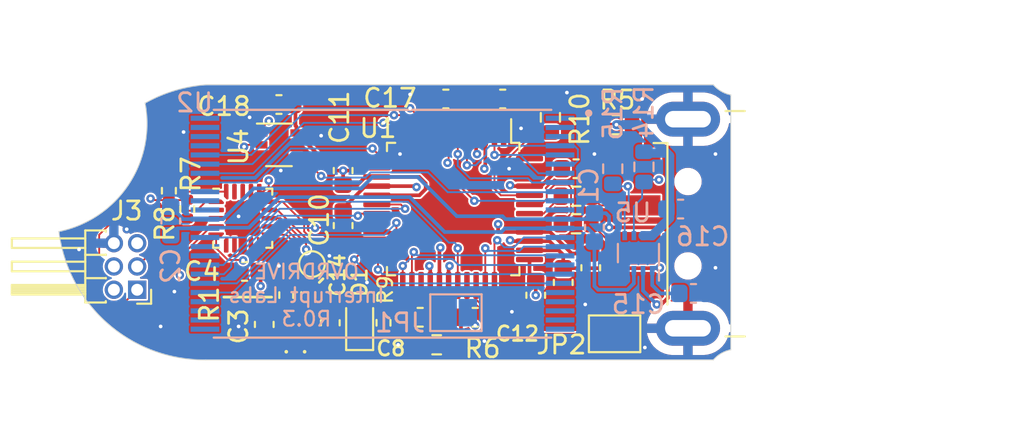
<source format=kicad_pcb>
(kicad_pcb (version 20221018) (generator pcbnew)
  (layers (0 "F.Cu" signal) (1 "In1.Cu" signal) (2 "In2.Cu" signal) (31 "B.Cu" signal) (34 "B.Paste" user) (35 "F.Paste" user) (36 "B.SilkS" user "B.Silkscreen") (37 "F.SilkS" user "F.Silkscreen") (38 "B.Mask" user) (39 "F.Mask" user) (44 "Edge.Cuts" user))
  (net 0 "")
  (net 1 "+1V8")
  (net 2 "Net-(D2-K)")
  (net 3 "Net-(D3-K)")
  (net 4 "Net-(D1-K)")
  (net 5 "/MISO")
  (net 6 "/SCK")
  (net 7 "/MOSI")
  (net 8 "/~{RST}")
  (net 9 "Net-(D1-A)")
  (net 10 "Net-(J1-VBUS)")
  (net 11 "/DP")
  (net 12 "/DM")
  (net 13 "Net-(J1-D-)")
  (net 14 "/INHIBIT")
  (net 15 "Net-(J1-D+)")
  (net 16 "Net-(JP1-B)")
  (net 17 "/RB1")
  (net 18 "/RB0")
  (net 19 "/~{CE1}")
  (net 20 "/DQS")
  (net 21 "Net-(JP2-B)")
  (net 22 "Net-(U1-TESTN)")
  (net 23 "Net-(U3-PA2)")
  (net 24 "Net-(U1-RREF{slash}NC)")
  (net 30 "Net-(U2A-~{CE})")
  (net 43 "/~{CE3}")
  (net 44 "/~{CE2}")
  (net 45 "/~{RE}")
  (net 46 "/~{CE}")
  (net 47 "/~{WP}")
  (net 48 "/~{WE}")
  (net 49 "/ALE")
  (net 50 "/CLE")
  (net 53 "+3.3V")
  (net 54 "GND")
  (net 55 "+5V")
  (net 65 "/FD7")
  (net 66 "/FD6")
  (net 67 "/FD5")
  (net 68 "/FD4")
  (net 69 "/FD3")
  (net 70 "/FD2")
  (net 71 "/FD1")
  (net 72 "/FD0")
  (net 75 "/PB2")
  (net 76 "VMEM")
  (net 77 "VS")
  (net 78 "/IN1")
  (net 79 "/IN2")
  (net 80 "/CHG1")
  (net 81 "/CHG2")
  (footprint "LED_SMD:LED_0603_1608Metric" (layer "F.Cu") (at 124.2 109.6 90)
    (fp_text reference "D1")
    (fp_text value "LED")
  )
  (footprint "Capacitor_SMD:C_0603_1608Metric" (layer "F.Cu") (at 128.9 97.4 180)
    (fp_text reference "C17")
    (fp_text value "1uF")
  )
  (footprint "Diode_SMD:D_0402_1005Metric" (layer "F.Cu") (at 121.2 110.09 90)
    (fp_text reference "D3" hide)
    (fp_text value "BAS70LP-7B")
  )
  (footprint "Capacitor_SMD:C_0603_1608Metric" (layer "F.Cu") (at 132 97.4)
    (fp_text reference "C7" hide)
    (fp_text value "4.7uF")
  )
  (footprint "Capacitor_SMD:C_0603_1608Metric" (layer "F.Cu") (at 119.8 97.7 180)
    (fp_text reference "C18")
    (fp_text value "100nF")
  )
  (footprint "Resistor_SMD:R_0603_1608Metric" (layer "F.Cu") (at 136 102.7 180)
    (fp_text reference "R4" hide)
    (fp_text value "2.2R")
  )
  (footprint "Resistor_SMD:R_0603_1608Metric" (layer "F.Cu") (at 138.225 98.8 180)
    (fp_text reference "R5")
    (fp_text value "2.2R")
  )
  (footprint "Capacitor_SMD:C_0603_1608Metric" (layer "F.Cu") (at 135.3 107.4 -90)
    (fp_text reference "C6" hide)
    (fp_text value "4.7uF")
  )
  (footprint "Resistor_SMD:R_0402_1005Metric" (layer "F.Cu") (at 114.8 103.4 -90)
    (fp_text reference "R7")
    (fp_text value "10k")
  )
  (footprint "Connector_USB:USB_A_CNCTech_1001-011-01101_Horizontal" (layer "F.Cu") (at 149 104.2)
    (fp_text reference "J1" hide)
    (fp_text value "USB_A")
  )
  (footprint "Capacitor_SMD:C_0603_1608Metric" (layer "F.Cu") (at 123.3 104.3 -90)
    (fp_text reference "C10")
    (fp_text value "1uF")
  )
  (footprint "Package_TO_SOT_SMD:SOT-353_SC-70-5" (layer "F.Cu") (at 119.8 99.9)
    (fp_text reference "U4")
    (fp_text value "SN74LVC1G32DCKR")
  )
  (footprint "Connector_PinHeader_1.27mm:PinHeader_2x03_P1.27mm_Horizontal" (layer "F.Cu") (at 112.07 107.8 180)
    (fp_text reference "J3")
    (fp_text value "AVR-ISP-6")
  )
  (footprint "Capacitor_SMD:C_0603_1608Metric" (layer "F.Cu") (at 127.5 109.3 180)
    (fp_text reference "C8")
    (fp_text value "1uF")
  )
  (footprint "Capacitor_SMD:C_0603_1608Metric" (layer "F.Cu") (at 119 109.69 90)
    (fp_text reference "C3")
    (fp_text value "1uF")
  )
  (footprint "TestPoint:TestPoint_Pad_D1.0mm" (layer "F.Cu") (at 121.6 106.4)
    (fp_text reference "TP2" hide)
    (fp_text value "TestPoint")
  )
  (footprint "Diode_SMD:D_0402_1005Metric" (layer "F.Cu") (at 120.2 110.09 90)
    (fp_text reference "D2" hide)
    (fp_text value "BAS70LP-7B")
  )
  (footprint "Capacitor_SMD:C_0603_1608Metric" (layer "F.Cu") (at 136.8 106.6 -90)
    (fp_text reference "C9" hide)
    (fp_text value "1uF")
  )
  (footprint "Jumper:SolderJumper-2_P1.3mm_Open_Pad1.0x1.5mm" (layer "F.Cu") (at 138.1 110.2 180)
    (fp_text reference "JP2")
    (fp_text value "SolderJumper_2_Open")
  )
  (footprint "Resistor_SMD:R_0402_1005Metric" (layer "F.Cu") (at 125.5 109.6 -90)
    (fp_text reference "R9")
    (fp_text value "1k")
  )
  (footprint "Resistor_SMD:R_0603_1608Metric" (layer "F.Cu") (at 136 104.2 180)
    (fp_text reference "R3" hide)
    (fp_text value "2.2R")
  )
  (footprint "Resistor_SMD:R_0603_1608Metric" (layer "F.Cu") (at 134.6 98.4 -90)
    (fp_text reference "R10")
    (fp_text value "680R")
  )
  (footprint "Capacitor_SMD:C_0603_1608Metric" (layer "F.Cu") (at 122.6 109.6 90)
    (fp_text reference "C14")
    (fp_text value "1uF")
  )
  (footprint "Capacitor_SMD:C_0603_1608Metric" (layer "F.Cu") (at 117.925 106.8 180)
    (fp_text reference "C4")
    (fp_text value "1uF")
  )
  (footprint "Capacitor_SMD:C_0603_1608Metric" (layer "F.Cu") (at 130.5 109.3)
    (fp_text reference "C12")
    (fp_text value "1uF")
  )
  (footprint "Resistor_SMD:R_0402_1005Metric" (layer "F.Cu") (at 120.2 108.09 90)
    (fp_text reference "R1")
    (fp_text value "1M")
  )
  (footprint "Resistor_SMD:R_0402_1005Metric" (layer "F.Cu") (at 121.4 108.09 90)
    (fp_text reference "R2" hide)
    (fp_text value "1M")
  )
  (footprint "Package_DFN_QFN:QFN-20-1EP_3x3mm_P0.45mm_EP1.6x1.6mm" (layer "F.Cu") (at 117.825 103.9)
    (fp_text reference "U3" hide)
    (fp_text value "ATtiny24A-MM")
  )
  (footprint "Capacitor_SMD:C_0603_1608Metric" (layer "F.Cu") (at 133.8 108.1 -90)
    (fp_text reference "C5" hide)
    (fp_text value "4.7uF")
  )
  (footprint "Capacitor_SMD:C_0603_1608Metric" (layer "F.Cu") (at 123.3 101.3 90)
    (fp_text reference "C11")
    (fp_text value "1uF")
  )
  (footprint "Capacitor_SMD:C_0603_1608Metric" (layer "F.Cu") (at 136 101.2)
    (fp_text reference "C13" hide)
    (fp_text value "1uF")
  )
  (footprint "Resistor_SMD:R_0603_1608Metric" (layer "F.Cu") (at 128.4 110.8 180)
    (fp_text reference "R6")
    (fp_text value "1k")
  )
  (footprint "Resistor_SMD:R_0402_1005Metric" (layer "F.Cu") (at 113.8 102.4 -90)
    (fp_text reference "R8")
    (fp_text value "10k")
  )
  (footprint "Package_QFP:TQFP-48_7x7mm_P0.5mm" (layer "F.Cu") (at 129.3 103.4 -90)
    (fp_text reference "U1")
    (fp_text value "SM3257ENT")
  )
  (footprint "Resistor_SMD:R_0603_1608Metric" (layer "B.Cu") (at 139.7 101.1 90)
    (fp_text reference "R14")
    (fp_text value "10k")
  )
  (footprint "Capacitor_SMD:C_0603_1608Metric" (layer "B.Cu") (at 113.9 104.05 -90)
    (fp_text reference "C2")
    (fp_text value "1uF")
  )
  (footprint "Jumper:SolderJumper-2_P1.3mm_Open_Pad1.0x1.5mm" (layer "B.Cu") (at 129.45 109.05)
    (fp_text reference "JP1")
    (fp_text value "SolderJumper_2_Open")
  )
  (footprint "Resistor_SMD:R_0603_1608Metric" (layer "B.Cu") (at 138 101.2 -90)
    (fp_text reference "R15")
    (fp_text value "10k")
  )
  (footprint "Capacitor_SMD:C_0603_1608Metric" (layer "B.Cu") (at 137 104.4 -90)
    (fp_text reference "C1")
    (fp_text value "100nF")
  )
  (footprint "TSOP48:tsop48" (layer "B.Cu") (at 125.4475 104.2 180)
    (fp_text reference "U2")
    (fp_text value "FLASH")
  )
  (footprint "Capacitor_SMD:C_0603_1608Metric" (layer "B.Cu") (at 141.7 103.4)
    (fp_text reference "C16")
    (fp_text value "100nF")
  )
  (footprint "Package_SON:WSON-8-1EP_2x2mm_P0.5mm_EP0.9x1.6mm" (layer "B.Cu") (at 139.4 105.8 90)
    (fp_text reference "U5")
    (fp_text value "DRV8837C")
  )
  (footprint "Capacitor_SMD:C_0603_1608Metric" (layer "B.Cu") (at 142.4 108)
    (fp_text reference "C15")
    (fp_text value "100nF")
  )
  (gr_line (start 116.8 108.2) (end 119.4 108.2) (stroke (width 0.15)) (layer "F.SilkS"))
  (gr_line (start 122.2 107.2) (end 122 107.4) (stroke (width 0.15)) (layer "F.SilkS"))
  (gr_arc (start 112.499998 97.623722) (mid 114.095472 96.943812) (end 115.799983 96.623721) (stroke (width 0.05)) (layer "Edge.Cuts"))
  (gr_line (start 115.8 111.623719) (end 143.484463 111.623719) (stroke (width 0.05)) (layer "Edge.Cuts"))
  (gr_arc (start 115.8 111.623719) (mid 110.469252 109.644577) (end 107.8 104.623722) (stroke (width 0.05)) (layer "Edge.Cuts"))
  (gr_arc (start 143.484517 111.623715) (mid 143.913615 111.26944) (end 144.434509 111.073721) (stroke (width 0.05)) (layer "Edge.Cuts"))
  (gr_arc (start 112.500012 97.623759) (mid 111.5868 102.088452) (end 107.799999 104.623721) (stroke (width 0.05)) (layer "Edge.Cuts"))
  (gr_arc (start 144.434512 97.173718) (mid 143.913611 96.977999) (end 143.484511 96.623717) (stroke (width 0.05)) (layer "Edge.Cuts"))
  (gr_line (start 144.434463 97.173719) (end 144.434463 111.073719) (stroke (width 0.05)) (layer "Edge.Cuts"))
  (gr_line (start 115.8 96.623719) (end 143.484463 96.623719) (stroke (width 0.05)) (layer "Edge.Cuts"))
  (gr_text "OVRDRIVE\nInterrupt Labs\nR0.3" (at 121.3 108.1) (layer "B.SilkS") (effects (font (size 0.8 0.8) (thickness 0.125)) (justify mirror)))
  (segment (start 131.75 104.65) (end 131.75 104.22) (width 0.2) (layer "F.Cu") (net 1))
  (segment (start 133.4625 104.65) (end 134.584315 104.65) (width 0.2) (layer "F.Cu") (net 1))
  (segment (start 128.55 105.55) (end 128.6 105.5) (width 0.2) (layer "F.Cu") (net 1))
  (segment (start 125.1375 102.15) (end 127.25 102.15) (width 0.2) (layer "F.Cu") (net 1))
  (segment (start 123.3 103.525) (end 123.3 103.361091) (width 0.2) (layer "F.Cu") (net 1))
  (segment (start 131.05 99.2375) (end 131.05 101.15) (width 0.2) (layer "F.Cu") (net 1))
  (segment (start 131.05 101.15) (end 131 101.2) (width 0.2) (layer "F.Cu") (net 1))
  (segment (start 135.759315 105.825) (end 136.8 105.825) (width 0.2) (layer "F.Cu") (net 1))
  (segment (start 123.3 103.361091) (end 124.511091 102.15) (width 0.2) (layer "F.Cu") (net 1))
  (segment (start 134.584315 104.65) (end 135.759315 105.825) (width 0.2) (layer "F.Cu") (net 1))
  (segment (start 133.4625 104.65) (end 131.75 104.65) (width 0.2) (layer "F.Cu") (net 1))
  (segment (start 128.275 109.3) (end 128.55 109.025) (width 0.2) (layer "F.Cu") (net 1))
  (segment (start 127.25 102.15) (end 127.3 102.2) (width 0.2) (layer "F.Cu") (net 1))
  (segment (start 124.511091 102.15) (end 125.1375 102.15) (width 0.2) (layer "F.Cu") (net 1))
  (segment (start 128.55 109.025) (end 128.55 107.5625) (width 0.2) (layer "F.Cu") (net 1))
  (segment (start 131.225 97.4) (end 131.05 97.575) (width 0.2) (layer "F.Cu") (net 1))
  (segment (start 131.05 97.575) (end 131.05 99.2375) (width 0.2) (layer "F.Cu") (net 1))
  (segment (start 128.55 107.5625) (end 128.55 105.55) (width 0.2) (layer "F.Cu") (net 1))
  (via (at 131.75 104.22) (size 0.46) (drill 0.2) (layers "F.Cu" "B.Cu") (net 1))
  (via (at 127.3 102.2) (size 0.46) (drill 0.2) (layers "F.Cu" "B.Cu") (net 1))
  (via (at 128.6 105.5) (size 0.46) (drill 0.2) (layers "F.Cu" "B.Cu") (net 1))
  (via (at 131 101.2) (size 0.46) (drill 0.2) (layers "F.Cu" "B.Cu") (net 1))
  (segment (start 119.625 109.84) (end 119.625 108.155) (width 0.1) (layer "F.Cu") (net 2))
  (segment (start 120.2 110.575) (end 119.11 110.575) (width 0.1) (layer "F.Cu") (net 2))
  (segment (start 119 110.465) (end 119.625 109.84) (width 0.1) (layer "F.Cu") (net 2))
  (segment (start 119.11 110.575) (end 119 110.465) (width 0.1) (layer "F.Cu") (net 2))
  (segment (start 119.625 108.155) (end 120.2 107.58) (width 0.1) (layer "F.Cu") (net 2))
  (segment (start 121.4 107.58) (end 121.975 108.155) (width 0.1) (layer "F.Cu") (net 3))
  (segment (start 121.2 110.575) (end 122.29 110.575) (width 0.1) (layer "F.Cu") (net 3))
  (segment (start 121.975 108.155) (end 121.975 109.84) (width 0.1) (layer "F.Cu") (net 3))
  (segment (start 121.975 109.84) (end 122.6 110.465) (width 0.1) (layer "F.Cu") (net 3))
  (segment (start 122.29 110.575) (end 122.4 110.465) (width 0.1) (layer "F.Cu") (net 3))
  (segment (start 125.1225 110.3875) (end 125.4 110.11) (width 0.1) (layer "F.Cu") (net 4))
  (segment (start 124.2 110.3875) (end 125.1225 110.3875) (width 0.1) (layer "F.Cu") (net 4))
  (segment (start 111.42 108.45) (end 112.07 107.8) (width 0.1) (layer "F.Cu") (net 5))
  (segment (start 110 107.919239) (end 110.530761 108.45) (width 0.1) (layer "F.Cu") (net 5))
  (segment (start 110.530761 108.45) (end 111.42 108.45) (width 0.1) (layer "F.Cu") (net 5))
  (segment (start 110 104.8) (end 110 107.919239) (width 0.1) (layer "F.Cu") (net 5))
  (segment (start 112.35 102.45) (end 110 104.8) (width 0.1) (layer "F.Cu") (net 5))
  (segment (start 116.925 102.45) (end 112.35 102.45) (width 0.1) (layer "F.Cu") (net 5))
  (segment (start 115.31 103.49) (end 115.8 103) (width 0.1) (layer "F.Cu") (net 6))
  (segment (start 113.31 103.49) (end 115.31 103.49) (width 0.1) (layer "F.Cu") (net 6))
  (segment (start 113 105.6) (end 113 105.4) (width 0.1) (layer "F.Cu") (net 6))
  (segment (start 113 103.8) (end 113.31 103.49) (width 0.1) (layer "F.Cu") (net 6))
  (segment (start 115.8 103) (end 116.375 103) (width 0.1) (layer "F.Cu") (net 6))
  (segment (start 112.07 106.53) (end 113 105.6) (width 0.1) (layer "F.Cu") (net 6))
  (segment (start 113 105.4) (end 113 103.8) (width 0.1) (layer "F.Cu") (net 6))
  (segment (start 119.243348 102.156652) (end 119.243348 101.843348) (width 0.1) (layer "F.Cu") (net 7))
  (segment (start 118.725 102.45) (end 118.95 102.45) (width 0.1) (layer "F.Cu") (net 7))
  (segment (start 118.95 102.45) (end 119.243348 102.156652) (width 0.1) (layer "F.Cu") (net 7))
  (via (at 119.243348 101.843348) (size 0.46) (drill 0.2) (layers "F.Cu" "B.Cu") (net 7))
  (segment (start 119.882842 103.9) (end 121.283771 105.300929) (width 0.1) (layer "F.Cu") (net 8))
  (segment (start 119.275 103.9) (end 119.882842 103.9) (width 0.1) (layer "F.Cu") (net 8))
  (segment (start 121.283771 105.300929) (end 121.283771 105.6) (width 0.1) (layer "F.Cu") (net 8))
  (via (at 121.283771 105.6) (size 0.46) (drill 0.2) (layers "F.Cu" "B.Cu") (net 8))
  (segment (start 121.17526 104.62474) (end 121.17526 104.17526) (width 0.1) (layer "F.Cu") (net 9))
  (segment (start 124.2 107.062598) (end 122.162142 105.02474) (width 0.1) (layer "F.Cu") (net 9))
  (segment (start 121.57526 105.02474) (end 121.17526 104.62474) (width 0.1) (layer "F.Cu") (net 9))
  (segment (start 121.17526 104.17526) (end 120 103) (width 0.1) (layer "F.Cu") (net 9))
  (segment (start 122.162142 105.02474) (end 121.57526 105.02474) (width 0.1) (layer "F.Cu") (net 9))
  (segment (start 120 103) (end 119.275 103) (width 0.1) (layer "F.Cu") (net 9))
  (segment (start 124.2 108.8125) (end 124.2 107.062598) (width 0.1) (layer "F.Cu") (net 9))
  (segment (start 139.35 100.7) (end 139.35 99.1) (width 0.5) (layer "F.Cu") (net 10))
  (segment (start 139.35 99.1) (end 139.05 98.8) (width 0.5) (layer "F.Cu") (net 10))
  (segment (start 135.175 104.2) (end 135.725 103.65) (width 0.1) (layer "F.Cu") (net 11))
  (segment (start 135.575 102.075) (end 134.825 102.075) (width 0.1) (layer "F.Cu") (net 11))
  (segment (start 135.725 103.65) (end 135.725 102.225) (width 0.1) (layer "F.Cu") (net 11))
  (segment (start 134.1 103.15) (end 133.4625 103.15) (width 0.1) (layer "F.Cu") (net 11))
  (segment (start 134.825 102.075) (end 134.4 102.5) (width 0.1) (layer "F.Cu") (net 11))
  (segment (start 134.4 102.85) (end 134.1 103.15) (width 0.1) (layer "F.Cu") (net 11))
  (segment (start 135.725 102.225) (end 135.575 102.075) (width 0.1) (layer "F.Cu") (net 11))
  (segment (start 134.4 102.5) (end 134.4 102.85) (width 0.1) (layer "F.Cu") (net 11))
  (segment (start 135.175 102.7) (end 134.225 103.65) (width 0.1) (layer "F.Cu") (net 12))
  (segment (start 134.225 103.65) (end 133.4625 103.65) (width 0.1) (layer "F.Cu") (net 12))
  (segment (start 139.35 103.2) (end 137.325 103.2) (width 0.1) (layer "F.Cu") (net 13))
  (segment (start 137.325 103.2) (end 136.825 102.7) (width 0.1) (layer "F.Cu") (net 13))
  (segment (start 118.85 99.9) (end 118 99.9) (width 0.1) (layer "F.Cu") (net 14))
  (segment (start 118 99.9) (end 117.9 100) (width 0.1) (layer "F.Cu") (net 14))
  (segment (start 112.8805 102.91) (end 112.8 102.8295) (width 0.1) (layer "F.Cu") (net 14))
  (segment (start 113.8 102.91) (end 114.78 102.91) (width 0.1) (layer "F.Cu") (net 14))
  (segment (start 113.8 102.91) (end 112.8805 102.91) (width 0.1) (layer "F.Cu") (net 14))
  (segment (start 114.78 102.91) (end 114.8 102.89) (width 0.1) (layer "F.Cu") (net 14))
  (via (at 117.9 100) (size 0.46) (drill 0.2) (layers "F.Cu" "B.Cu") (net 14))
  (via (at 112.8 102.8295) (size 0.46) (drill 0.2) (layers "F.Cu" "B.Cu") (net 14))
  (segment (start 137.825 105.2) (end 136.825 104.2) (width 0.1) (layer "F.Cu") (net 15))
  (segment (start 139.35 105.2) (end 137.825 105.2) (width 0.1) (layer "F.Cu") (net 15))
  (segment (start 130.325 108.89467) (end 130.325 109.575) (width 0.1) (layer "F.Cu") (net 16))
  (segment (start 130.05 107.5625) (end 130.05 108.61967) (width 0.1) (layer "F.Cu") (net 16))
  (segment (start 130.05 108.61967) (end 130.325 108.89467) (width 0.1) (layer "F.Cu") (net 16))
  (segment (start 130.325 109.575) (end 130.5 109.75) (width 0.1) (layer "F.Cu") (net 16))
  (via (at 130.5 109.75) (size 0.46) (drill 0.2) (layers "F.Cu" "B.Cu") (net 16))
  (segment (start 131.55 99.2375) (end 131.55 100.45) (width 0.1) (layer "F.Cu") (net 17))
  (via (at 131.55 100.45) (size 0.46) (drill 0.2) (layers "F.Cu" "B.Cu") (net 17))
  (segment (start 133.95 101.45) (end 132.95 100.45) (width 0.1) (layer "B.Cu") (net 17))
  (segment (start 132.95 100.45) (end 135.1275 100.45) (width 0.1) (layer "B.Cu") (net 17))
  (segment (start 131.55 100.45) (end 132.95 100.45) (width 0.1) (layer "B.Cu") (net 17))
  (segment (start 135.1275 101.45) (end 133.95 101.45) (width 0.1) (layer "B.Cu") (net 17))
  (segment (start 130.05 99.2375) (end 130.05 101.01) (width 0.1) (layer "F.Cu") (net 18))
  (via (at 130.05 101.01) (size 0.46) (drill 0.2) (layers "F.Cu" "B.Cu") (net 18))
  (segment (start 131.1 100.15) (end 131.3 99.95) (width 0.1) (layer "B.Cu") (net 18))
  (segment (start 135.1275 100.95) (end 135.9 100.95) (width 0.1) (layer "B.Cu") (net 18))
  (segment (start 130.527402 101.01) (end 131.1 100.437402) (width 0.1) (layer "B.Cu") (net 18))
  (segment (start 136.1 100.75) (end 136.1 100.15) (width 0.1) (layer "B.Cu") (net 18))
  (segment (start 130.05 101.01) (end 130.527402 101.01) (width 0.1) (layer "B.Cu") (net 18))
  (segment (start 131.3 99.95) (end 135.1275 99.95) (width 0.1) (layer "B.Cu") (net 18))
  (segment (start 136.1 100.15) (end 135.9 99.95) (width 0.1) (layer "B.Cu") (net 18))
  (segment (start 131.1 100.437402) (end 131.1 100.15) (width 0.1) (layer "B.Cu") (net 18))
  (segment (start 135.9 100.95) (end 136.1 100.75) (width 0.1) (layer "B.Cu") (net 18))
  (segment (start 128.55 99.2375) (end 128.55 101.05) (width 0.1) (layer "F.Cu") (net 19))
  (segment (start 128.55 101.05) (end 130.45 102.95) (width 0.1) (layer "F.Cu") (net 19))
  (via (at 130.45 102.95) (size 0.46) (drill 0.2) (layers "F.Cu" "B.Cu") (net 19))
  (segment (start 135.1275 102.95) (end 130.45 102.95) (width 0.1) (layer "B.Cu") (net 19))
  (segment (start 129.55 107.5625) (end 129.55 105.5405) (width 0.1) (layer "F.Cu") (net 20))
  (via (at 129.55 105.5405) (size 0.46) (drill 0.2) (layers "F.Cu" "B.Cu") (net 20))
  (segment (start 129.061428 105.231299) (end 129.368701 105.231299) (width 0.1) (layer "B.Cu") (net 20))
  (segment (start 115.7675 104.95) (end 117.984316 104.95) (width 0.1) (layer "B.Cu") (net 20))
  (segment (start 119.934316 103) (end 126.830129 103) (width 0.1) (layer "B.Cu") (net 20))
  (segment (start 129.55 105.412598) (end 129.55 105.5405) (width 0.1) (layer "B.Cu") (net 20))
  (segment (start 129.368701 105.231299) (end 129.55 105.412598) (width 0.1) (layer "B.Cu") (net 20))
  (segment (start 126.830129 103) (end 129.061428 105.231299) (width 0.1) (layer "B.Cu") (net 20))
  (segment (start 117.984316 104.95) (end 119.934316 103) (width 0.1) (layer "B.Cu") (net 20))
  (segment (start 132.12 109.157402) (end 133.162598 110.2) (width 0.1) (layer "F.Cu") (net 21))
  (segment (start 131.65533 108.675) (end 132.12 109.13967) (width 0.1) (layer "F.Cu") (net 21))
  (segment (start 133.162598 110.2) (end 137.45 110.2) (width 0.1) (layer "F.Cu") (net 21))
  (segment (start 130.89467 108.675) (end 131.65533 108.675) (width 0.1) (layer "F.Cu") (net 21))
  (segment (start 130.55 108.33033) (end 130.89467 108.675) (width 0.1) (layer "F.Cu") (net 21))
  (segment (start 130.55 107.5625) (end 130.55 108.33033) (width 0.1) (layer "F.Cu") (net 21))
  (segment (start 132.12 109.13967) (end 132.12 109.157402) (width 0.1) (layer "F.Cu") (net 21))
  (segment (start 127.55 110.775) (end 127.575 110.8) (width 0.2) (layer "F.Cu") (net 22))
  (segment (start 127.55 107.5625) (end 127.55 110.775) (width 0.2) (layer "F.Cu") (net 22))
  (segment (start 114.935 103.9) (end 114.925 103.89) (width 0.1) (layer "F.Cu") (net 23))
  (segment (start 116.375 103.9) (end 114.935 103.9) (width 0.1) (layer "F.Cu") (net 23))
  (segment (start 131.55 101.4) (end 131.55 102.3) (width 0.1) (layer "F.Cu") (net 24))
  (segment (start 131.9 102.65) (end 133.4625 102.65) (width 0.1) (layer "F.Cu") (net 24))
  (segment (start 133.725 99.225) (end 131.55 101.4) (width 0.1) (layer "F.Cu") (net 24))
  (segment (start 134.6 99.225) (end 133.725 99.225) (width 0.1) (layer "F.Cu") (net 24))
  (segment (start 131.55 102.3) (end 131.9 102.65) (width 0.1) (layer "F.Cu") (net 24))
  (segment (start 121.05 100.55) (end 120.75 100.55) (width 0.1) (layer "F.Cu") (net 30))
  (segment (start 120.75 100.55) (end 121.1 100.55) (width 0.1) (layer "F.Cu") (net 30))
  (segment (start 122.1 101.6) (end 121.05 100.55) (width 0.1) (layer "F.Cu") (net 30))
  (via (at 122.1 101.6) (size 0.46) (drill 0.2) (layers "F.Cu" "B.Cu") (net 30))
  (segment (start 127.92 101.4) (end 129 102.48) (width 0.1) (layer "B.Cu") (net 30))
  (segment (start 122.1845 101.6845) (end 124.5155 101.6845) (width 0.1) (layer "B.Cu") (net 30))
  (segment (start 124.8 101.4) (end 127.92 101.4) (width 0.1) (layer "B.Cu") (net 30))
  (segment (start 124.5155 101.6845) (end 124.8 101.4) (width 0.1) (layer "B.Cu") (net 30))
  (segment (start 135.1275 102.45) (end 135.0975 102.48) (width 0.1) (layer "B.Cu") (net 30))
  (segment (start 135.0975 102.48) (end 129 102.48) (width 0.1) (layer "B.Cu") (net 30))
  (segment (start 122.1 101.6) (end 122.1845 101.6845) (width 0.1) (layer "B.Cu") (net 30))
  (segment (start 131.05 107.5625) (end 131.05 105.5405) (width 0.1) (layer "F.Cu") (net 43))
  (via (at 131.05 105.5405) (size 0.46) (drill 0.2) (layers "F.Cu" "B.Cu") (net 43))
  (segment (start 133.15 105.45) (end 132.92 105.68) (width 0.1) (layer "B.Cu") (net 43))
  (segment (start 135.1275 105.45) (end 133.15 105.45) (width 0.1) (layer "B.Cu") (net 43))
  (segment (start 131.1895 105.68) (end 132.92 105.68) (width 0.1) (layer "B.Cu") (net 43))
  (segment (start 131.05 105.5405) (end 131.1895 105.68) (width 0.1) (layer "B.Cu") (net 43))
  (segment (start 131.7 105.1) (end 131.55 105.25) (width 0.1) (layer "F.Cu") (net 44))
  (segment (start 131.55 105.25) (end 131.55 107.5625) (width 0.1) (layer "F.Cu") (net 44))
  (via (at 131.7 105.1) (size 0.46) (drill 0.2) (layers "F.Cu" "B.Cu") (net 44))
  (segment (start 132.08 105.48) (end 132.62 105.48) (width 0.1) (layer "B.Cu") (net 44))
  (segment (start 135.1275 104.95) (end 133.15 104.95) (width 0.1) (layer "B.Cu") (net 44))
  (segment (start 131.7 105.1) (end 132.08 105.48) (width 0.1) (layer "B.Cu") (net 44))
  (segment (start 132.62 105.48) (end 133.15 104.95) (width 0.1) (layer "B.Cu") (net 44))
  (segment (start 129.55 99.2375) (end 129.55 100.4) (width 0.1) (layer "F.Cu") (net 45))
  (via (at 129.55 100.4) (size 0.46) (drill 0.2) (layers "F.Cu" "B.Cu") (net 45))
  (segment (start 129.55 100.4) (end 129.55 101.047402) (width 0.1) (layer "B.Cu") (net 45))
  (segment (start 129.55 101.047402) (end 130.222598 101.72) (width 0.1) (layer "B.Cu") (net 45))
  (segment (start 130.222598 101.72) (end 133.37 101.72) (width 0.1) (layer "B.Cu") (net 45))
  (segment (start 133.37 101.72) (end 133.6 101.95) (width 0.1) (layer "B.Cu") (net 45))
  (segment (start 133.6 101.95) (end 135.1275 101.95) (width 0.1) (layer "B.Cu") (net 45))
  (segment (start 119 98.85) (end 118.9 98.85) (width 0.1) (layer "F.Cu") (net 46))
  (segment (start 129.05 100.82172) (end 128.991864 100.879856) (width 0.1) (layer "F.Cu") (net 46))
  (segment (start 119.25 98.6) (end 119 98.85) (width 0.1) (layer "F.Cu") (net 46))
  (segment (start 129.05 99.2375) (end 129.05 100.82172) (width 0.1) (layer "F.Cu") (net 46))
  (segment (start 118.85 99.25) (end 118.85 98.9) (width 0.1) (layer "F.Cu") (net 46))
  (segment (start 118.85 98.9) (end 118.9 98.85) (width 0.1) (layer "F.Cu") (net 46))
  (via (at 119.25 98.6) (size 0.46) (drill 0.2) (layers "F.Cu" "B.Cu") (net 46))
  (via (at 128.991864 100.879856) (size 0.46) (drill 0.2) (layers "F.Cu" "B.Cu") (net 46))
  (segment (start 124.4 105.65) (end 125.1375 105.65) (width 0.1) (layer "F.Cu") (net 47))
  (segment (start 123.9 106.15) (end 124.4 105.65) (width 0.1) (layer "F.Cu") (net 47))
  (via (at 123.9 106.15) (size 0.46) (drill 0.2) (layers "F.Cu" "B.Cu") (net 47))
  (segment (start 135.1275 107.45) (end 125.2 107.45) (width 0.1) (layer "B.Cu") (net 47))
  (segment (start 125.2 107.45) (end 123.9 106.15) (width 0.1) (layer "B.Cu") (net 47))
  (segment (start 125.2 106.2125) (end 125.1375 106.15) (width 0.1) (layer "F.Cu") (net 48))
  (segment (start 125.2 106.7) (end 125.2 106.2125) (width 0.1) (layer "F.Cu") (net 48))
  (via (at 125.2 106.7) (size 0.46) (drill 0.2) (layers "F.Cu" "B.Cu") (net 48))
  (segment (start 125.45 106.95) (end 125.2 106.7) (width 0.1) (layer "B.Cu") (net 48))
  (segment (start 135.1275 106.95) (end 125.45 106.95) (width 0.1) (layer "B.Cu") (net 48))
  (segment (start 126.55 106.5) (end 126.55 107.5625) (width 0.1) (layer "F.Cu") (net 49))
  (via (at 126.55 106.5) (size 0.46) (drill 0.2) (layers "F.Cu" "B.Cu") (net 49))
  (segment (start 129.587402 106.45) (end 129.257402 106.12) (width 0.1) (layer "B.Cu") (net 49))
  (segment (start 126.93 106.12) (end 126.55 106.5) (width 0.1) (layer "B.Cu") (net 49))
  (segment (start 129.257402 106.12) (end 126.93 106.12) (width 0.1) (layer "B.Cu") (net 49))
  (segment (start 135.1275 106.45) (end 129.587402 106.45) (width 0.1) (layer "B.Cu") (net 49))
  (segment (start 127.05 105.8405) (end 127.15 105.7405) (width 0.1) (layer "F.Cu") (net 50))
  (segment (start 127.05 107.5625) (end 127.05 105.8405) (width 0.1) (layer "F.Cu") (net 50))
  (via (at 127.15 105.7405) (size 0.46) (drill 0.2) (layers "F.Cu" "B.Cu") (net 50))
  (segment (start 127.3295 105.92) (end 127.15 105.7405) (width 0.1) (layer "B.Cu") (net 50))
  (segment (start 135.1275 105.95) (end 135.0975 105.92) (width 0.1) (layer "B.Cu") (net 50))
  (segment (start 135.0975 105.92) (end 127.3295 105.92) (width 0.1) (layer "B.Cu") (net 50))
  (segment (start 120.7 98.85) (end 120.75 98.9) (width 0.2) (layer "F.Cu") (net 53))
  (segment (start 127.45 101.65) (end 125.1375 101.65) (width 0.2) (layer "F.Cu") (net 53))
  (segment (start 129.05 107.5625) (end 129.05 106.55) (width 0.2) (layer "F.Cu") (net 53))
  (segment (start 127.8 102) (end 127.45 101.65) (width 0.2) (layer "F.Cu") (net 53))
  (segment (start 127.8 102.308112) (end 127.8 102) (width 0.2) (layer "F.Cu") (net 53))
  (segment (start 126.2 102.65) (end 127.458112 102.65) (width 0.2) (layer "F.Cu") (net 53))
  (segment (start 130.55 99.2375) (end 130.55 100.35) (width 0.2) (layer "F.Cu") (net 53))
  (segment (start 123.7955 101.3045) (end 123.3 101.3045) (width 0.2) (layer "F.Cu") (net 53))
  (segment (start 122.8045 101.3045) (end 123.3 101.3045) (width 0.2) (layer "F.Cu") (net 53))
  (segment (start 135.3 106.625) (end 140.5455 106.625) (width 0.2) (layer "F.Cu") (net 53))
  (segment (start 140.5455 106.625) (end 140.5705 106.6) (width 0.2) (layer "F.Cu") (net 53))
  (segment (start 135.3 105.9) (end 135.3 106.625) (width 0.2) (layer "F.Cu") (net 53))
  (segment (start 133.4625 105.15) (end 132.45 105.15) (width 0.2) (layer "F.Cu") (net 53))
  (segment (start 130.55 98.611091) (end 129.675 97.736091) (width 0.2) (layer "F.Cu") (net 53))
  (segment (start 135.038909 101.2) (end 135.225 101.2) (width 0.2) (layer "F.Cu") (net 53))
  (segment (start 129.05 107.5625) (end 129.05 108.625) (width 0.2) (layer "F.Cu") (net 53))
  (segment (start 123.95 101.15) (end 123.7955 101.3045) (width 0.2) (layer "F.Cu") (net 53))
  (segment (start 133.4625 102.15) (end 132.45 102.15) (width 0.2) (layer "F.Cu") (net 53))
  (segment (start 129.05 108.625) (end 129.725 109.3) (width 0.2) (layer "F.Cu") (net 53))
  (segment (start 123.3 102.075) (end 123.3 101.3045) (width 0.2) (layer "F.Cu") (net 53))
  (segment (start 124.511091 101.65) (end 124.086091 102.075) (width 0.2) (layer "F.Cu") (net 53))
  (segment (start 129.05 106.55) (end 129.1 106.5) (width 0.2) (layer "F.Cu") (net 53))
  (segment (start 120.75 98.9) (end 120.75 99.25) (width 0.2) (layer "F.Cu") (net 53))
  (segment (start 120.75 99.25) (end 122.8045 101.3045) (width 0.2) (layer "F.Cu") (net 53))
  (segment (start 133.4625 105.65) (end 135.05 105.65) (width 0.2) (layer "F.Cu") (net 53))
  (segment (start 133.4625 102.15) (end 134.088909 102.15) (width 0.2) (layer "F.Cu") (net 53))
  (segment (start 125.1375 102.65) (end 126.2 102.65) (width 0.2) (layer "F.Cu") (net 53))
  (segment (start 127.458112 102.65) (end 127.8 102.308112) (width 0.2) (layer "F.Cu") (net 53))
  (segment (start 134.55 105.15) (end 135.3 105.9) (width 0.2) (layer "F.Cu") (net 53))
  (segment (start 125.1375 101.65) (end 124.511091 101.65) (width 0.2) (layer "F.Cu") (net 53))
  (segment (start 120.7 97.825) (end 120.7 98.85) (width 0.2) (layer "F.Cu") (net 53))
  (segment (start 120.575 97.7) (end 120.7 97.825) (width 0.2) (layer "F.Cu") (net 53))
  (segment (start 125.1375 101.15) (end 123.95 101.15) (width 0.2) (layer "F.Cu") (net 53))
  (segment (start 129.725 109.3) (end 129.725 110.3) (width 0.2) (layer "F.Cu") (net 53))
  (segment (start 135.05 105.65) (end 135.3 105.9) (width 0.2) (layer "F.Cu") (net 53))
  (segment (start 132.45 102.15) (end 132.4 102.1) (width 0.2) (layer "F.Cu") (net 53))
  (segment (start 130.55 100.35) (end 130.6 100.4) (width 0.2) (layer "F.Cu") (net 53))
  (segment (start 134.088909 102.15) (end 135.038909 101.2) (width 0.2) (layer "F.Cu") (net 53))
  (segment (start 128.05 106.55) (end 128 106.5) (width 0.2) (layer "F.Cu") (net 53))
  (segment (start 133.4625 105.15) (end 134.55 105.15) (width 0.2) (layer "F.Cu") (net 53))
  (segment (start 134.968198 101.2) (end 135.225 101.2) (width 0.1) (layer "F.Cu") (net 53))
  (segment (start 129.675 97.736091) (end 129.675 97.4) (width 0.2) (layer "F.Cu") (net 53))
  (segment (start 124.086091 102.075) (end 123.3 102.075) (width 0.2) (layer "F.Cu") (net 53))
  (segment (start 130.55 99.2375) (end 130.55 98.611091) (width 0.2) (layer "F.Cu") (net 53))
  (segment (start 132.45 105.15) (end 132.4 105.1) (width 0.2) (layer "F.Cu") (net 53))
  (segment (start 128.05 107.5625) (end 128.05 106.55) (width 0.2) (layer "F.Cu") (net 53))
  (segment (start 129.725 110.3) (end 129.225 110.8) (width 0.2) (layer "F.Cu") (net 53))
  (via (at 128 106.5) (size 0.46) (drill 0.2) (layers "F.Cu" "B.Cu") (net 53))
  (via (at 130.6 100.4) (size 0.46) (drill 0.2) (layers "F.Cu" "B.Cu") (net 53))
  (via (at 140.5705 106.6) (size 0.46) (drill 0.2) (layers "F.Cu" "B.Cu") (net 53))
  (via (at 132.4 102.1) (size 0.46) (drill 0.2) (layers "F.Cu" "B.Cu") (net 53))
  (via (at 129.1 106.5) (size 0.46) (drill 0.2) (layers "F.Cu" "B.Cu") (net 53))
  (via (at 123.3 101.3045) (size 0.46) (drill 0.2) (layers "F.Cu" "B.Cu") (net 53))
  (via (at 132.4 105.1) (size 0.46) (drill 0.2) (layers "F.Cu" "B.Cu") (net 53))
  (segment (start 140.3 106.6) (end 140.15 106.75) (width 0.2) (layer "B.Cu") (net 53))
  (segment (start 140.5705 106.6) (end 140.3 106.6) (width 0.2) (layer "B.Cu") (net 53))
  (segment (start 140.15 107.55) (end 140.6 108) (width 0.2) (layer "B.Cu") (net 53))
  (segment (start 140.15 106.75) (end 140.15 107.55) (width 0.2) (layer "B.Cu") (net 53))
  (segment (start 140.6 108) (end 141.625 108) (width 0.2) (layer "B.Cu") (net 53))
  (via (at 108.9 105.6) (size 0.46) (drill 0.2) (layers "F.Cu" "B.Cu") (net 54))
  (via (at 139.6 97.4) (size 0.46) (drill 0.2) (layers "F.Cu" "B.Cu") (net 54))
  (via (at 119.8 106.5) (size 0.46) (drill 0.2) (layers "F.Cu" "B.Cu") (net 54))
  (via (at 117.6 109.8) (size 0.46) (drill 0.2) (layers "F.Cu" "B.Cu") (net 54))
  (via (at 118.2 98.4) (size 0.46) (drill 0.2) (layers "F.Cu" "B.Cu") (net 54))
  (via (at 143.6 106.6) (size 0.46) (drill 0.2) (layers "F.Cu" "B.Cu") (net 54))
  (via (at 132.35 101.2) (size 0.46) (drill 0.2) (layers "F.Cu" "B.Cu") (net 54))
  (via (at 136.5 108.6) (size 0.46) (drill 0.2) (layers "F.Cu" "B.Cu") (net 54))
  (via (at 133 99) (size 0.46) (drill 0.2) (layers "F.Cu" "B.Cu") (net 54))
  (via (at 114.6 99.2) (size 0.46) (drill 0.2) (layers "F.Cu" "B.Cu") (net 54))
  (via (at 132.5 109) (size 0.46) (drill 0.2) (layers "F.Cu" "B.Cu") (net 54))
  (via (at 139.75 110.95) (size 0.46) (drill 0.2) (layers "F.Cu" "B.Cu") (net 54))
  (via (at 114.1 107.9) (size 0.46) (drill 0.2) (layers "F.Cu" "B.Cu") (net 54))
  (via (at 143.6 100.4) (size 0.46) (drill 0.2) (layers "F.Cu" "B.Cu") (net 54))
  (via (at 126.95 97.15) (size 0.46) (drill 0.2) (layers "F.Cu" "B.Cu") (net 54))
  (via (at 122.55 105.95) (size 0.46) (drill 0.2) (layers "F.Cu" "B.Cu") (net 54))
  (via (at 135.5 97.05) (size 0.46) (drill 0.2) (layers "F.Cu" "B.Cu") (net 54))
  (via (at 119.9 101.3) (size 0.46) (drill 0.2) (layers "F.Cu" "B.Cu") (net 54))
  (via (at 126.4 100.4) (size 0.46) (drill 0.2) (layers "F.Cu" "B.Cu") (net 54))
  (via (at 113.35 109.8) (size 0.46) (drill 0.2) (layers "F.Cu" "B.Cu") (net 54))
  (via (at 111.5 104.5) (size 0.46) (drill 0.2) (layers "F.Cu" "B.Cu") (net 54))
  (via (at 122.1 99.4) (size 0.46) (drill 0.2) (layers "F.Cu" "B.Cu") (net 54))
  (via (at 131 110.6) (size 0.46) (drill 0.2) (layers "F.Cu" "B.Cu") (net 54))
  (via (at 124.6 107.4) (size 0.46) (drill 0.2) (layers "F.Cu" "B.Cu") (net 54))
  (via (at 126.3 110.8) (size 0.46) (drill 0.2) (layers "F.Cu" "B.Cu") (net 54))
  (via (at 137 100.4) (size 0.46) (drill 0.2) (layers "F.Cu" "B.Cu") (net 54))
  (via (at 117.6 103.8) (size 0.46) (drill 0.2) (layers "F.Cu" "B.Cu") (net 54))
  (segment (start 133.8 108.0955) (end 133.8 107.325) (width 0.2) (layer "F.Cu") (net 55))
  (segment (start 118.7 106.8) (end 118.275 106.375) (width 0.2) (layer "F.Cu") (net 55))
  (segment (start 118.8 106.9) (end 118.7 106.8) (width 0.2) (layer "F.Cu") (net 55))
  (segment (start 118.275 106.375) (end 118.275 105.35) (width 0.2) (layer "F.Cu") (net 55))
  (segment (start 133.4625 106.15) (end 133.4625 106.9875) (width 0.2) (layer "F.Cu") (net 55))
  (segment (start 133.4625 106.9875) (end 133.8 107.325) (width 0.2) (layer "F.Cu") (net 55))
  (segment (start 118.8 107.6) (end 118.8 106.9) (width 0.2) (layer "F.Cu") (net 55))
  (segment (start 137.4 98.8) (end 138.2 98.8) (width 0.2) (layer "F.Cu") (net 55))
  (via (at 138.2 98.8) (size 0.46) (drill 0.2) (layers "F.Cu" "B.Cu") (net 55))
  (via (at 118.8 107.6) (size 0.46) (drill 0.2) (layers "F.Cu" "B.Cu") (net 55))
  (via (at 133.8 108.0955) (size 0.46) (drill 0.2) (layers "F.Cu" "B.Cu") (net 55))
  (segment (start 141.1 103.9) (end 140.6 104.4) (width 0.5) (layer "B.Cu") (net 55))
  (segment (start 138.2 98.8) (end 139.4 98.8) (width 0.5) (layer "B.Cu") (net 55))
  (segment (start 140.6 104.4) (end 140.15 104.85) (width 0.5) (layer "B.Cu") (net 55))
  (segment (start 141.1 100.5) (end 141.1 103.9) (width 0.5) (layer "B.Cu") (net 55))
  (segment (start 139.65 104.85) (end 140.15 104.85) (width 0.5) (layer "B.Cu") (net 55))
  (segment (start 139.625 100.35) (end 140.95 100.35) (width 0.5) (layer "B.Cu") (net 55))
  (segment (start 140.95 100.35) (end 141.1 100.5) (width 0.5) (layer "B.Cu") (net 55))
  (segment (start 140.8 104.2) (end 140.6 104.4) (width 0.5) (layer "B.Cu") (net 55))
  (segment (start 139.4 98.8) (end 139.8 99.2) (width 0.5) (layer "B.Cu") (net 55))
  (segment (start 139.8 99.2) (end 140.95 100.35) (width 0.5) (layer "B.Cu") (net 55))
  (segment (start 127.55 99.2375) (end 127.55 98.5) (width 0.1) (layer "F.Cu") (net 65))
  (segment (start 127.55 98.5) (end 126.95 97.9) (width 0.1) (layer "F.Cu") (net 65))
  (via (at 126.95 97.9) (size 0.46) (drill 0.2) (layers "F.Cu" "B.Cu") (net 65))
  (segment (start 120.85 97.9) (end 118.3 100.45) (width 0.1) (layer "B.Cu") (net 65))
  (segment (start 126.95 97.9) (end 120.85 97.9) (width 0.1) (layer "B.Cu") (net 65))
  (segment (start 118.3 100.45) (end 115.7675 100.45) (width 0.1) (layer "B.Cu") (net 65))
  (segment (start 126.792098 98.2795) (end 126.072701 98.2795) (width 0.1) (layer "F.Cu") (net 66))
  (segment (start 127.05 98.537402) (end 126.792098 98.2795) (width 0.1) (layer "F.Cu") (net 66))
  (segment (start 127.05 99.2375) (end 127.05 98.537402) (width 0.1) (layer "F.Cu") (net 66))
  (via (at 126.072701 98.2795) (size 0.46) (drill 0.2) (layers "F.Cu" "B.Cu") (net 66))
  (segment (start 126.072701 98.2795) (end 121.0205 98.2795) (width 0.1) (layer "B.Cu") (net 66))
  (segment (start 118.35 100.95) (end 115.7675 100.95) (width 0.1) (layer "B.Cu") (net 66))
  (segment (start 121.0205 98.2795) (end 118.35 100.95) (width 0.1) (layer "B.Cu") (net 66))
  (segment (start 126.0125 98.7) (end 125.5 98.7) (width 0.1) (layer "F.Cu") (net 67))
  (segment (start 126.55 99.2375) (end 126.0125 98.7) (width 0.1) (layer "F.Cu") (net 67))
  (via (at 125.5 98.7) (size 0.46) (drill 0.2) (layers "F.Cu" "B.Cu") (net 67))
  (segment (start 121.15 98.7) (end 118.4 101.45) (width 0.1) (layer "B.Cu") (net 67))
  (segment (start 118.4 101.45) (end 115.7675 101.45) (width 0.1) (layer "B.Cu") (net 67))
  (segment (start 125.5 98.7) (end 121.15 98.7) (width 0.1) (layer "B.Cu") (net 67))
  (segment (start 125.1375 100.65) (end 125.1375 100.3375) (width 0.1) (layer "F.Cu") (net 68))
  (segment (start 125.1375 100.3375) (end 124.9 100.1) (width 0.1) (layer "F.Cu") (net 68))
  (via (at 124.9 100.1) (size 0.46) (drill 0.2) (layers "F.Cu" "B.Cu") (net 68))
  (segment (start 120.45 100.1) (end 118.6 101.95) (width 0.1) (layer "B.Cu") (net 68))
  (segment (start 124.9 100.1) (end 120.45 100.1) (width 0.1) (layer "B.Cu") (net 68))
  (segment (start 118.6 101.95) (end 115.7675 101.95) (width 0.1) (layer "B.Cu") (net 68))
  (segment (start 126.442727 103.15) (end 126.677375 103.384648) (width 0.1) (layer "F.Cu") (net 69))
  (segment (start 125.1375 103.15) (end 126.442727 103.15) (width 0.1) (layer "F.Cu") (net 69))
  (via (at 126.677375 103.384648) (size 0.46) (drill 0.2) (layers "F.Cu" "B.Cu") (net 69))
  (segment (start 116.767158 106.45) (end 119.83251 103.384648) (width 0.1) (layer "B.Cu") (net 69))
  (segment (start 119.83251 103.384648) (end 126.677375 103.384648) (width 0.1) (layer "B.Cu") (net 69))
  (segment (start 115.7675 106.45) (end 116.767158 106.45) (width 0.1) (layer "B.Cu") (net 69))
  (segment (start 125.1375 103.65) (end 124.218648 103.65) (width 0.1) (layer "F.Cu") (net 70))
  (segment (start 124.218648 103.65) (end 124.1045 103.764148) (width 0.1) (layer "F.Cu") (net 70))
  (via (at 124.1045 103.764148) (size 0.46) (drill 0.2) (layers "F.Cu" "B.Cu") (net 70))
  (segment (start 115.7675 106.95) (end 116.8 106.95) (width 0.1) (layer "B.Cu") (net 70))
  (segment (start 117.2 106.3) (end 119.735852 103.764148) (width 0.1) (layer "B.Cu") (net 70))
  (segment (start 117.2 106.55) (end 117.2 106.3) (width 0.1) (layer "B.Cu") (net 70))
  (segment (start 119.735852 103.764148) (end 124.1045 103.764148) (width 0.1) (layer "B.Cu") (net 70))
  (segment (start 116.8 106.95) (end 117.2 106.55) (width 0.1) (layer "B.Cu") (net 70))
  (segment (start 121.786373 104.413627) (end 121.770207 104.429793) (width 0.1) (layer "F.Cu") (net 71))
  (segment (start 124.377254 104.15) (end 124.113627 104.413627) (width 0.1) (layer "F.Cu") (net 71))
  (segment (start 124.113627 104.413627) (end 121.786373 104.413627) (width 0.1) (layer "F.Cu") (net 71))
  (segment (start 125.1375 104.15) (end 124.377254 104.15) (width 0.1) (layer "F.Cu") (net 71))
  (via (at 121.770207 104.429793) (size 0.46) (drill 0.2) (layers "F.Cu" "B.Cu") (net 71))
  (segment (start 117.5 107.45) (end 120.520207 104.429793) (width 0.1) (layer "B.Cu") (net 71))
  (segment (start 115.7675 107.45) (end 117.5 107.45) (width 0.1) (layer "B.Cu") (net 71))
  (segment (start 120.520207 104.429793) (end 121.770207 104.429793) (width 0.1) (layer "B.Cu") (net 71))
  (segment (start 125.1375 104.65) (end 126.15 104.65) (width 0.1) (layer "F.Cu") (net 72))
  (segment (start 126.15 104.65) (end 126.2045 104.5955) (width 0.1) (layer "F.Cu") (net 72))
  (segment (start 126.2045 104.5955) (end 126.2045 104.15) (width 0.1) (layer "F.Cu") (net 72))
  (via (at 126.2045 104.15) (size 0.46) (drill 0.2) (layers "F.Cu" "B.Cu") (net 72))
  (segment (start 117.282842 107.95) (end 115.7675 107.95) (width 0.1) (layer "B.Cu") (net 72))
  (segment (start 125.544707 104.809793) (end 120.423049 104.809793) (width 0.1) (layer "B.Cu") (net 72))
  (segment (start 120.423049 104.809793) (end 117.282842 107.95) (width 0.1) (layer "B.Cu") (net 72))
  (segment (start 126.2045 104.15) (end 125.544707 104.809793) (width 0.1) (layer "B.Cu") (net 72))
  (segment (start 119.717678 103.45) (end 121.663771 105.396093) (width 0.1) (layer "F.Cu") (net 75))
  (segment (start 119.275 103.45) (end 119.717678 103.45) (width 0.1) (layer "F.Cu") (net 75))
  (segment (start 121.663771 106.336229) (end 121.6 106.4) (width 0.1) (layer "F.Cu") (net 75))
  (segment (start 121.663771 105.396093) (end 121.663771 106.336229) (width 0.1) (layer "F.Cu") (net 75))
  (segment (start 140.75 104.4) (end 141 104.65) (width 0.2) (layer "F.Cu") (net 76))
  (segment (start 141 104.65) (end 141 108) (width 0.2) (layer "F.Cu") (net 76))
  (segment (start 141 108) (end 141 108.25) (width 0.2) (layer "F.Cu") (net 76))
  (segment (start 137.8 104.4) (end 140.75 104.4) (width 0.2) (layer "F.Cu") (net 76))
  (segment (start 141 108.25) (end 140.65 108.6) (width 0.2) (layer "F.Cu") (net 76))
  (segment (start 140.65 108.6) (end 140.4 108.6) (width 0.2) (layer "F.Cu") (net 76))
  (via (at 140.4 108.6) (size 0.46) (drill 0.2) (layers "F.Cu" "B.Cu") (net 76))
  (via (at 137.8 104.4) (size 0.46) (drill 0.2) (layers "F.Cu" "B.Cu") (net 76))
  (segment (start 137 103.625) (end 137.625 103.625) (width 0.2) (layer "B.Cu") (net 76))
  (segment (start 124.903554 101.65) (end 124.280206 102.273348) (width 0.2) (layer "B.Cu") (net 76))
  (segment (start 137.625 103.625) (end 137.8 103.8) (width 0.2) (layer "B.Cu") (net 76))
  (segment (start 131.99 103.79) (end 129.498112 103.79) (width 0.2) (layer "B.Cu") (net 76))
  (segment (start 114.575 103.95) (end 113.9 103.275) (width 0.2) (layer "B.Cu") (net 76))
  (segment (start 136.625 103.95) (end 135.1275 103.95) (width 0.2) (layer "B.Cu") (net 76))
  (segment (start 132.15 103.95) (end 131.99 103.79) (width 0.2) (layer "B.Cu") (net 76))
  (segment (start 137.8 103.8) (end 137.8 104.4) (width 0.2) (layer "B.Cu") (net 76))
  (segment (start 124.280206 102.273348) (end 118.426652 102.273348) (width 0.2) (layer "B.Cu") (net 76))
  (segment (start 140.4 108.6) (end 139.65 107.85) (width 0.2) (layer "B.Cu") (net 76))
  (segment (start 129.498112 103.79) (end 127.358112 101.65) (width 0.2) (layer "B.Cu") (net 76))
  (segment (start 115.7675 103.95) (end 114.575 103.95) (width 0.2) (layer "B.Cu") (net 76))
  (segment (start 136.975 103.6) (end 136.625 103.95) (width 0.2) (layer "B.Cu") (net 76))
  (segment (start 135.1275 103.95) (end 132.15 103.95) (width 0.2) (layer "B.Cu") (net 76))
  (segment (start 137 103.625) (end 136.975 103.6) (width 0.2) (layer "B.Cu") (net 76))
  (segment (start 116.75 103.95) (end 115.7675 103.95) (width 0.2) (layer "B.Cu") (net 76))
  (segment (start 139.65 107.85) (end 139.65 106.75) (width 0.2) (layer "B.Cu") (net 76))
  (segment (start 127.358112 101.65) (end 124.903554 101.65) (width 0.2) (layer "B.Cu") (net 76))
  (segment (start 118.426652 102.273348) (end 116.75 103.95) (width 0.2) (layer "B.Cu") (net 76))
  (segment (start 132.128112 104.45) (end 131.928112 104.65) (width 0.2) (layer "B.Cu") (net 77))
  (segment (start 139.15 107.2) (end 139.15 107.45) (width 0.2) (layer "B.Cu") (net 77))
  (segment (start 118.201474 104.45) (end 119.851474 102.8) (width 0.1) (layer "B.Cu") (net 77))
  (segment (start 128.833683 104.65) (end 126.933683 102.75) (width 0.2) (layer "B.Cu") (net 77))
  (segment (start 139.15 106.75) (end 139.15 107.2) (width 0.2) (layer "B.Cu") (net 77))
  (segment (start 131.928112 104.65) (end 128.833683 104.65) (width 0.2) (layer "B.Cu") (net 77))
  (segment (start 137 105.175) (end 137 104.8) (width 0.2) (layer "B.Cu") (net 77))
  (segment (start 135.1275 104.45) (end 132.128112 104.45) (width 0.2) (layer "B.Cu") (net 77))
  (segment (start 119.830762 102.75) (end 118.165381 104.415381) (width 0.2) (layer "B.Cu") (net 77))
  (segment (start 139.15 107.45) (end 138.8 107.8) (width 0.2) (layer "B.Cu") (net 77))
  (segment (start 137 107.6) (end 137 105.175) (width 0.2) (layer "B.Cu") (net 77))
  (segment (start 137 104.8) (end 136.65 104.45) (width 0.2) (layer "B.Cu") (net 77))
  (segment (start 137.2 107.8) (end 137 107.6) (width 0.2) (layer "B.Cu") (net 77))
  (segment (start 138.8 107.8) (end 137.2 107.8) (width 0.2) (layer "B.Cu") (net 77))
  (segment (start 114.275 104.45) (end 113.9 104.825) (width 0.2) (layer "B.Cu") (net 77))
  (segment (start 136.65 104.45) (end 135.1275 104.45) (width 0.2) (layer "B.Cu") (net 77))
  (segment (start 119.851474 102.8) (end 126.937402 102.8) (width 0.1) (layer "B.Cu") (net 77))
  (segment (start 126.933683 102.75) (end 119.830762 102.75) (width 0.2) (layer "B.Cu") (net 77))
  (segment (start 115.802119 104.415381) (end 115.7675 104.45) (width 0.2) (layer "B.Cu") (net 77))
  (segment (start 115.7675 104.45) (end 114.275 104.45) (width 0.2) (layer "B.Cu") (net 77))
  (segment (start 118.165381 104.415381) (end 115.802119 104.415381) (width 0.2) (layer "B.Cu") (net 77))
  (segment (start 116.375 104.8) (end 116.375 105.532843) (width 0.1) (layer "F.Cu") (net 78))
  (segment (start 117.017157 106.175) (end 117.8205 106.175) (width 0.1) (layer "F.Cu") (net 78))
  (segment (start 117.8205 106.175) (end 117.8455 106.2) (width 0.1) (layer "F.Cu") (net 78))
  (segment (start 116.375 105.532843) (end 117.017157 106.175) (width 0.1) (layer "F.Cu") (net 78))
  (via (at 140.5205 101.8) (size 0.46) (drill 0.2) (layers "F.Cu" "B.Cu") (net 78))
  (via (at 117.8455 106.2) (size 0.46) (drill 0.2) (layers "F.Cu" "B.Cu") (net 78))
  (segment (start 139.6 102.8) (end 139.15 103.25) (width 0.1) (layer "B.Cu") (net 78))
  (segment (start 140.5205 101.8) (end 139.825 101.8) (width 0.1) (layer "B.Cu") (net 78))
  (segment (start 139.6 102.025) (end 139.6 102.8) (width 0.1) (layer "B.Cu") (net 78))
  (segment (start 139.825 101.8) (end 139.6 102.025) (width 0.1) (layer "B.Cu") (net 78))
  (segment (start 139.15 104.85) (end 139.15 103.25) (width 0.1) (layer "B.Cu") (net 78))
  (segment (start 116.092157 104.35) (end 114.4 106.042157) (width 0.1) (layer "F.Cu") (net 79))
  (segment (start 114.4 106.042157) (end 114.4 107) (width 0.1) (layer "F.Cu") (net 79))
  (segment (start 116.375 104.35) (end 116.092157 104.35) (width 0.1) (layer "F.Cu") (net 79))
  (via (at 138.825627 102.157685) (size 0.46) (drill 0.2) (layers "F.Cu" "B.Cu") (net 79))
  (via (at 114.4 107) (size 0.46) (drill 0.2) (layers "F.Cu" "B.Cu") (net 79))
  (segment (start 138.87 102.202058) (end 138.87 103.2) (width 0.1) (layer "B.Cu") (net 79))
  (segment (start 138.65 103.42) (end 138.87 103.2) (width 0.1) (layer "B.Cu") (net 79))
  (segment (start 138.132685 102.157685) (end 138 102.025) (width 0.1) (layer "B.Cu") (net 79))
  (segment (start 138.65 104.85) (end 138.65 103.42) (width 0.1) (layer "B.Cu") (net 79))
  (segment (start 138.825627 102.157685) (end 138.132685 102.157685) (width 0.1) (layer "B.Cu") (net 79))
  (segment (start 138.825627 102.157685) (end 138.87 102.202058) (width 0.1) (layer "B.Cu") (net 79))
  (segment (start 120.704271 108.095729) (end 120.2 108.6) (width 0.1) (layer "F.Cu") (net 80))
  (segment (start 120.704271 105.304271) (end 120.704271 108.095729) (width 0.1) (layer "F.Cu") (net 80))
  (segment (start 120.2 108.6) (end 120.2 109.605) (width 0.1) (layer "F.Cu") (net 80))
  (segment (start 119.275 104.8) (end 120.2 104.8) (width 0.1) (layer "F.Cu") (net 80))
  (segment (start 120.2 104.8) (end 120.704271 105.304271) (width 0.1) (layer "F.Cu") (net 80))
  (segment (start 119.275 104.35) (end 120.05 104.35) (width 0.1) (layer "F.Cu") (net 81))
  (segment (start 120.904271 108.104271) (end 121.4 108.6) (width 0.1) (layer "F.Cu") (net 81))
  (segment (start 120.05 104.35) (end 120.904271 105.204271) (width 0.1) (layer "F.Cu") (net 81))
  (segment (start 121.2 108.6) (end 121.2 109.605) (width 0.1) (layer "F.Cu") (net 81))
  (segment (start 120.904271 105.204271) (end 120.904271 108.104271) (width 0.1) (layer "F.Cu") (net 81))
  (zone (net 54) (net_name "GND") (layers "F.Cu" "In1.Cu" "In2.Cu" "B.Cu") (connect_pads thru_hole_only (clearance 0.1)) (min_thickness 0.1) (fill yes (thermal_gap 0.508) (thermal_bridge_width 0.508))
    (polygon (pts (xy 144.8 111.9) (xy 106.9 111.9) (xy 106.9 96.3) (xy 144.8 96.3)))
  )
)
</source>
